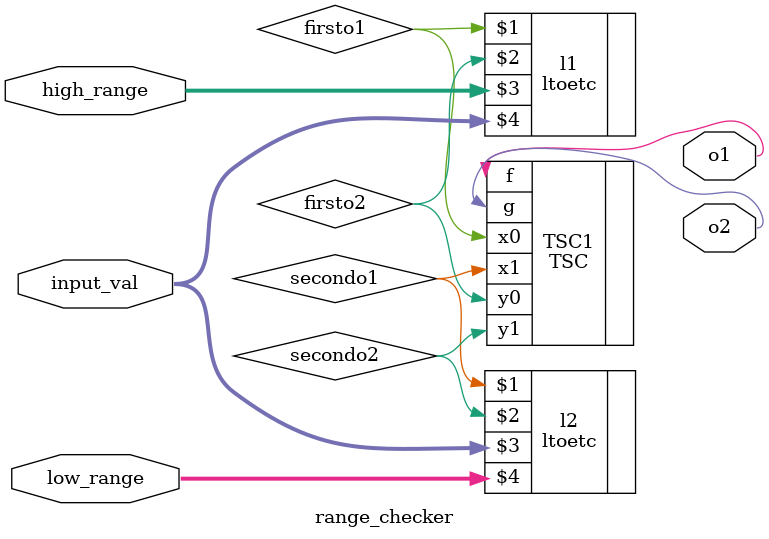
<source format=v>
module range_checker(high_range, low_range, input_val, o1, o2);
parameter WIDTH = 16;
input [WIDTH-1 : 0] high_range, low_range, input_val;
output o1, o2;

wire firsto1, firsto2, secondo1, secondo2;

ltoetc l1(firsto1, firsto2, high_range, input_val);
ltoetc l2(secondo1, secondo2, input_val, low_range);

TSC TSC1(.f(o1), .g(o2), .x0(firsto1), .y0(firsto2), .x1(secondo1), .y1(secondo2));

endmodule

</source>
